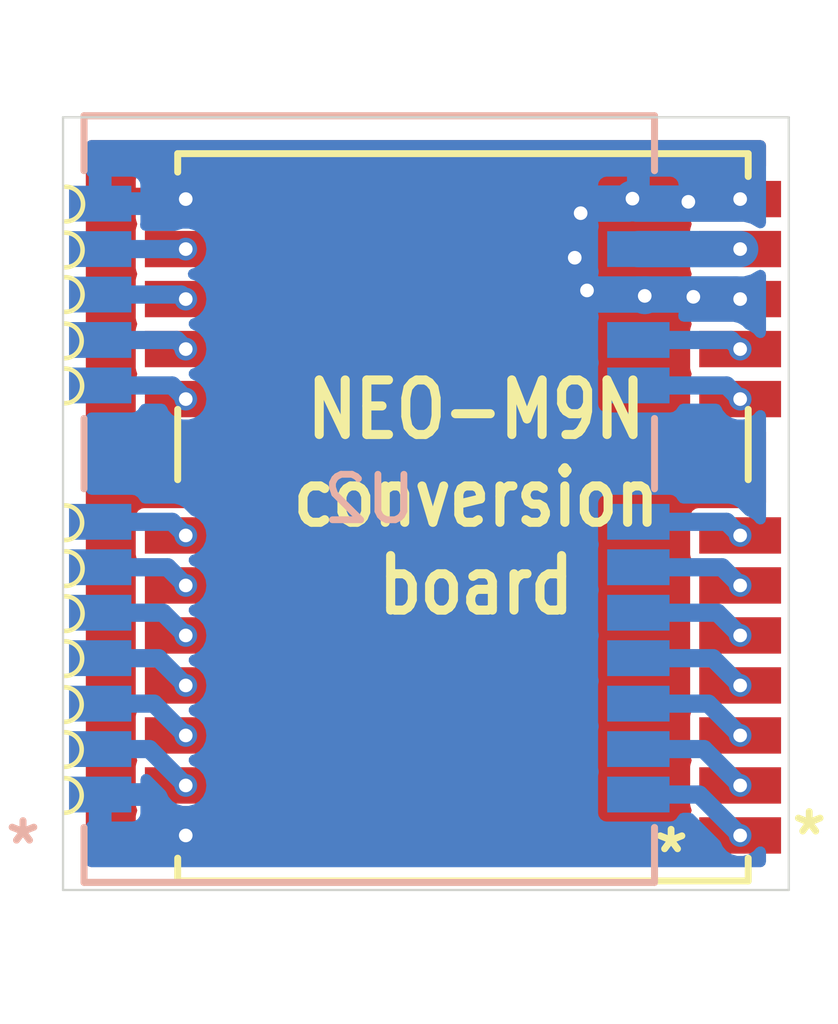
<source format=kicad_pcb>
(kicad_pcb (version 20240108) (generator "pcbnew") (generator_version "8.0")
  (layers (0 "F.Cu" signal) (31 "B.Cu" signal) (34 "B.Paste" user) (35 "F.Paste" user) (36 "B.SilkS" user "B.Silkscreen") (37 "F.SilkS" user "F.Silkscreen") (38 "B.Mask" user) (39 "F.Mask" user) (44 "Edge.Cuts" user))
  (net 0 "")
  (net 1 "/11")
  (net 2 "/14")
  (net 3 "/18")
  (net 4 "/16")
  (net 5 "/6")
  (net 6 "/22")
  (net 7 "/19")
  (net 8 "/20")
  (net 9 "/23")
  (net 10 "/5")
  (net 11 "/17")
  (net 12 "/1")
  (net 13 "/4")
  (net 14 "/7")
  (net 15 "/2")
  (net 16 "/21")
  (net 17 "/9")
  (net 18 "/8")
  (net 19 "/3")
  (net 20 "/15")
  (net 21 "/GND")
  (footprint "WOBCLibrary:ATGM332D-5N31" (layer "F.Cu") (at 122.74 93.7)
    (property "Reference" "U1" (hide yes))
    (property "Value" "NEO-M9N-00B")
    (fp_line (start -6.277001 -6.99364) (end -6.277001 -7.4) (stroke (width 0.1524)) (layer "F.SilkS"))
    (fp_line (start -6.277001 -1.77356) (end -6.277001 -0.226438) (stroke (width 0.1524)) (layer "F.SilkS"))
    (fp_line (start -6.277001 8.1) (end -6.277001 8.60636) (stroke (width 0.1524)) (layer "F.SilkS"))
    (fp_line (start -6.277001 8.6) (end 6.277001 8.6) (stroke (width 0.1524)) (layer "F.SilkS"))
    (fp_line (start 6.277001 -7.4) (end -6.277001 -7.4) (stroke (width 0.1524)) (layer "F.SilkS"))
    (fp_line (start 6.277001 -6.89682) (end 6.277001 -7.4) (stroke (width 0.1524)) (layer "F.SilkS"))
    (fp_line (start 6.277001 -0.226441) (end 6.277001 -1.77356) (stroke (width 0.1524)) (layer "F.SilkS"))
    (fp_line (start 6.277001 8.60318) (end 6.277001 8.1) (stroke (width 0.1524)) (layer "F.SilkS"))
    (fp_text user "*" (at 4.58 8.01 0) (layer "F.SilkS"))
    (fp_text user "*" (at 7.62 7.62 0) (layer "F.SilkS"))
    (pad "1" smd rect (at 6.1 7.6) (size 1.8 0.8) (layers "F.Cu" "F.Paste" "F.Mask") (net 12 "/1"))
    (pad "2" smd rect (at 6.1 6.5) (size 1.8 0.8) (layers "F.Cu" "F.Paste" "F.Mask") (net 15 "/2"))
    (pad "3" smd rect (at 6.1 5.4) (size 1.8 0.8) (layers "F.Cu" "F.Paste" "F.Mask") (net 19 "/3"))
    (pad "4" smd rect (at 6.1 4.3) (size 1.8 0.8) (layers "F.Cu" "F.Paste" "F.Mask") (net 13 "/4"))
    (pad "5" smd rect (at 6.1 3.2) (size 1.8 0.8) (layers "F.Cu" "F.Paste" "F.Mask") (net 10 "/5"))
    (pad "6" smd rect (at 6.1 2.1) (size 1.8 0.8) (layers "F.Cu" "F.Paste" "F.Mask") (net 5 "/6"))
    (pad "7" smd rect (at 6.1 1) (size 1.8 0.8) (layers "F.Cu" "F.Paste" "F.Mask") (net 14 "/7"))
    (pad "8" smd rect (at 6.1 -2) (size 1.8 0.8) (layers "F.Cu" "F.Paste" "F.Mask") (net 18 "/8"))
    (pad "9" smd rect (at 6.1 -3.1) (size 1.8 0.8) (layers "F.Cu" "F.Paste" "F.Mask") (net 17 "/9"))
    (pad "10" smd rect (at 6.1 -4.2) (size 1.8 0.8) (layers "F.Cu" "F.Paste" "F.Mask") (net 21 "/GND"))
    (pad "11" smd rect (at 6.1 -5.3) (size 1.8 0.8) (layers "F.Cu" "F.Paste" "F.Mask") (net 1 "/11"))
    (pad "12" smd rect (at 6.1 -6.4) (size 1.8 0.8) (layers "F.Cu" "F.Paste" "F.Mask") (net 21 "/GND"))
    (pad "13" smd rect (at -6.1 -6.4) (size 1.8 0.8) (layers "F.Cu" "F.Paste" "F.Mask") (net 21 "/GND"))
    (pad "14" smd rect (at -6.1 -5.3) (size 1.8 0.8) (layers "F.Cu" "F.Paste" "F.Mask") (net 2 "/14"))
    (pad "15" smd rect (at -6.1 -4.2) (size 1.8 0.8) (layers "F.Cu" "F.Paste" "F.Mask") (net 20 "/15"))
    (pad "16" smd rect (at -6.1 -3.1) (size 1.8 0.8) (layers "F.Cu" "F.Paste" "F.Mask") (net 4 "/16"))
    (pad "17" smd rect (at -6.1 -2) (size 1.8 0.8) (layers "F.Cu" "F.Paste" "F.Mask") (net 11 "/17"))
    (pad "18" smd rect (at -6.1 1) (size 1.8 0.8) (layers "F.Cu" "F.Paste" "F.Mask") (net 3 "/18"))
    (pad "19" smd rect (at -6.1 2.1) (size 1.8 0.8) (layers "F.Cu" "F.Paste" "F.Mask") (net 7 "/19"))
    (pad "20" smd rect (at -6.1 3.2) (size 1.8 0.8) (layers "F.Cu" "F.Paste" "F.Mask") (net 8 "/20"))
    (pad "21" smd rect (at -6.1 4.3) (size 1.8 0.8) (layers "F.Cu" "F.Paste" "F.Mask") (net 16 "/21"))
    (pad "22" smd rect (at -6.1 5.4) (size 1.8 0.8) (layers "F.Cu" "F.Paste" "F.Mask") (net 6 "/22"))
    (pad "23" smd rect (at -6.1 6.5) (size 1.8 0.8) (layers "F.Cu" "F.Paste" "F.Mask") (net 9 "/23"))
    (pad "24" smd rect (at -6.1 7.6) (size 1.8 0.8) (layers "F.Cu" "F.Paste" "F.Mask") (net 21 "/GND"))
  )
  (footprint "WOBCLibrary:SMT_9N-00B_UBL" (layer "B.Cu") (at 120.6786 93.9 180)
    (property "Reference" "U2" (at 0 0 0) (layer "B.SilkS") (effects (justify mirror)))
    (property "Value" "NEO-M9N-00B")
    (fp_line (start 6.277001 8.4328) (end 6.277001 7.22644) (stroke (width 0.1524)) (layer "B.SilkS"))
    (fp_line (start 6.277001 8.4328) (end 6.277001 7.22644) (stroke (width 0.1524)) (layer "B.SilkS"))
    (fp_line (start 6.277001 8.4328) (end -6.277001 8.4328) (stroke (width 0.1524)) (layer "B.SilkS"))
    (fp_line (start 6.277001 1.77356) (end 6.277001 0.226441) (stroke (width 0.1524)) (layer "B.SilkS"))
    (fp_line (start 6.277001 -7.22644) (end 6.277001 -8.4328) (stroke (width 0.1524)) (layer "B.SilkS"))
    (fp_line (start 6.277001 -8.4328) (end 6.277001 -7.22644) (stroke (width 0.1524)) (layer "B.SilkS"))
    (fp_line (start 6.277001 -8.4328) (end -6.277001 -8.4328) (stroke (width 0.1524)) (layer "B.SilkS"))
    (fp_line (start 6.277001 -8.4328) (end -6.277001 -8.4328) (stroke (width 0.1524)) (layer "B.SilkS"))
    (fp_line (start -6.277001 8.4328) (end 6.277001 8.4328) (stroke (width 0.1524)) (layer "B.SilkS"))
    (fp_line (start -6.277001 8.4328) (end -6.277001 7.22644) (stroke (width 0.1524)) (layer "B.SilkS"))
    (fp_line (start -6.277001 7.22644) (end -6.277001 8.4328) (stroke (width 0.1524)) (layer "B.SilkS"))
    (fp_line (start -6.277001 0.226438) (end -6.277001 1.77356) (stroke (width 0.1524)) (layer "B.SilkS"))
    (fp_line (start -6.277001 -8.4328) (end -6.277001 -7.22644) (stroke (width 0.1524)) (layer "B.SilkS"))
    (fp_line (start -6.277001 -8.4328) (end -6.277001 -7.22644) (stroke (width 0.1524)) (layer "B.SilkS"))
    (fp_text user "*" (at 7.62 -7.62 180) (layer "B.SilkS") (effects (justify mirror)))
    (fp_text user "*" (at 7.62 -7.62 0) (layer "B.SilkS") (effects (justify mirror)))
    (pad "1" smd rect (at -5.9214 -6.5 180) (size 1.3716 0.7874) (layers "B.Cu" "B.Paste" "B.Mask") (net 12 "/1"))
    (pad "2" smd rect (at -5.9214 -5.499999 180) (size 1.3716 0.7874) (layers "B.Cu" "B.Paste" "B.Mask") (net 15 "/2"))
    (pad "3" smd rect (at -5.9214 -4.500001 180) (size 1.3716 0.7874) (layers "B.Cu" "B.Paste" "B.Mask") (net 19 "/3"))
    (pad "4" smd rect (at -5.9214 -3.500001 180) (size 1.3716 0.7874) (layers "B.Cu" "B.Paste" "B.Mask") (net 13 "/4"))
    (pad "5" smd rect (at -5.9214 -2.5 180) (size 1.3716 0.7874) (layers "B.Cu" "B.Paste" "B.Mask") (net 10 "/5"))
    (pad "6" smd rect (at -5.9214 -1.5 180) (size 1.3716 0.7874) (layers "B.Cu" "B.Paste" "B.Mask") (net 5 "/6"))
    (pad "7" smd rect (at -5.9214 -0.500002 180) (size 1.3716 0.7874) (layers "B.Cu" "B.Paste" "B.Mask") (net 14 "/7"))
    (pad "8" smd rect (at -5.9214 2.5 180) (size 1.3716 0.7874) (layers "B.Cu" "B.Paste" "B.Mask") (net 18 "/8"))
    (pad "9" smd rect (at -5.9214 3.500001 180) (size 1.3716 0.7874) (layers "B.Cu" "B.Paste" "B.Mask") (net 17 "/9"))
    (pad "10" smd rect (at -5.9214 4.499999 180) (size 1.3716 0.7874) (layers "B.Cu" "B.Paste" "B.Mask") (net 21 "/GND"))
    (pad "11" smd rect (at -5.9214 5.499999 180) (size 1.3716 0.7874) (layers "B.Cu" "B.Paste" "B.Mask") (net 1 "/11"))
    (pad "12" smd rect (at -5.9214 6.5 180) (size 1.3716 0.7874) (layers "B.Cu" "B.Paste" "B.Mask") (net 21 "/GND"))
    (pad "13" smd rect (at 5.9214 6.5 180) (size 1.3716 0.7874) (layers "B.Cu" "B.Paste" "B.Mask") (net 21 "/GND"))
    (pad "14" smd rect (at 5.9214 5.499999 180) (size 1.3716 0.7874) (layers "B.Cu" "B.Paste" "B.Mask") (net 2 "/14"))
    (pad "15" smd rect (at 5.9214 4.500001 180) (size 1.3716 0.7874) (layers "B.Cu" "B.Paste" "B.Mask") (net 20 "/15"))
    (pad "16" smd rect (at 5.9214 3.500001 180) (size 1.3716 0.7874) (layers "B.Cu" "B.Paste" "B.Mask") (net 4 "/16"))
    (pad "17" smd rect (at 5.9214 2.5 180) (size 1.3716 0.7874) (layers "B.Cu" "B.Paste" "B.Mask") (net 11 "/17"))
    (pad "18" smd rect (at 5.9214 -0.499999 180) (size 1.3716 0.7874) (layers "B.Cu" "B.Paste" "B.Mask") (net 3 "/18"))
    (pad "19" smd rect (at 5.9214 -1.5 180) (size 1.3716 0.7874) (layers "B.Cu" "B.Paste" "B.Mask") (net 7 "/19"))
    (pad "20" smd rect (at 5.9214 -2.5 180) (size 1.3716 0.7874) (layers "B.Cu" "B.Paste" "B.Mask") (net 8 "/20"))
    (pad "21" smd rect (at 5.9214 -3.500001 180) (size 1.3716 0.7874) (layers "B.Cu" "B.Paste" "B.Mask") (net 16 "/21"))
    (pad "22" smd rect (at 5.9214 -4.499999 180) (size 1.3716 0.7874) (layers "B.Cu" "B.Paste" "B.Mask") (net 6 "/22"))
    (pad "23" smd rect (at 5.9214 -5.499999 180) (size 1.3716 0.7874) (layers "B.Cu" "B.Paste" "B.Mask") (net 9 "/23"))
    (pad "24" smd rect (at 5.9214 -6.5 180) (size 1.3716 0.7874) (layers "B.Cu" "B.Paste" "B.Mask") (net 21 "/GND"))
  )
  (gr_arc (start 113.998818 87.028818) (mid 114.38 87.41) (end 113.998818 87.791182) (stroke (width 0.1)) (layer "F.SilkS"))
  (gr_arc (start 113.988818 96.038818) (mid 114.37 96.42) (end 113.988818 96.801182) (stroke (width 0.1)) (layer "F.SilkS"))
  (gr_arc (start 113.968818 100.038818) (mid 114.35 100.42) (end 113.968818 100.801182) (stroke (width 0.1)) (layer "F.SilkS"))
  (gr_arc (start 113.968818 90.038818) (mid 114.35 90.42) (end 113.968818 90.801182) (stroke (width 0.1)) (layer "F.SilkS"))
  (gr_arc (start 113.978818 94.038818) (mid 114.36 94.42) (end 113.978818 94.801182) (stroke (width 0.1)) (layer "F.SilkS"))
  (gr_arc (start 113.978818 97.028818) (mid 114.36 97.41) (end 113.978818 97.791182) (stroke (width 0.1)) (layer "F.SilkS"))
  (gr_arc (start 113.968818 98.038818) (mid 114.35 98.42) (end 113.968818 98.801182) (stroke (width 0.1)) (layer "F.SilkS"))
  (gr_arc (start 113.988818 95.048818) (mid 114.37 95.43) (end 113.988818 95.811182) (stroke (width 0.1)) (layer "F.SilkS"))
  (gr_arc (start 113.968818 99.028818) (mid 114.35 99.41) (end 113.968818 99.791182) (stroke (width 0.1)) (layer "F.SilkS"))
  (gr_arc (start 113.978818 91.028818) (mid 114.36 91.41) (end 113.978818 91.791182) (stroke (width 0.1)) (layer "F.SilkS"))
  (gr_arc (start 113.988818 88.038818) (mid 114.37 88.42) (end 113.988818 88.801182) (stroke (width 0.1)) (layer "F.SilkS"))
  (gr_arc (start 113.988818 89.018818) (mid 114.37 89.4) (end 113.988818 89.781182) (stroke (width 0.1)) (layer "F.SilkS"))
  (gr_line (start 113.94 102.5) (end 113.94 85.5) (stroke (width 0.05)) (layer "Edge.Cuts"))
  (gr_line (start 113.94 85.5) (end 129.91 85.5) (stroke (width 0.05)) (layer "Edge.Cuts"))
  (gr_line (start 129.91 102.5) (end 113.94 102.5) (stroke (width 0.05)) (layer "Edge.Cuts"))
  (gr_line (start 129.91 85.5) (end 129.91 102.5) (stroke (width 0.05)) (layer "Edge.Cuts"))
  (gr_text "NEO-M9N\nconversion\nboard" (at 123.03 96.5 0) (layer "F.SilkS") (effects (font (size 1.2 1) (thickness 0.2)) (justify bottom)))
  (via (at 128.84 88.4) (size 0.5) (drill 0.3) (layers "F.Cu" "B.Cu") (net 1))
  (segment (start 126.6 88.400001) (end 128.84 88.4) (width 0.8) (layer "B.Cu") (net 1))
  (via (at 116.64 88.4) (size 0.5) (drill 0.3) (layers "F.Cu" "B.Cu") (net 2))
  (segment (start 114.7572 88.400001) (end 116.64 88.4) (width 0.4) (layer "B.Cu") (net 2))
  (via (at 116.64 94.7) (size 0.5) (drill 0.3) (layers "F.Cu" "B.Cu") (net 3))
  (segment (start 116.339999 94.399999) (end 116.64 94.7) (width 0.4) (layer "B.Cu") (net 3))
  (segment (start 114.7572 94.399999) (end 116.339999 94.399999) (width 0.4) (layer "B.Cu") (net 3))
  (via (at 116.64 90.6) (size 0.5) (drill 0.3) (layers "F.Cu" "B.Cu") (net 4))
  (segment (start 116.439999 90.399999) (end 116.64 90.6) (width 0.4) (layer "B.Cu") (net 4))
  (segment (start 114.7572 90.399999) (end 116.439999 90.399999) (width 0.4) (layer "B.Cu") (net 4))
  (via (at 128.84 95.8) (size 0.5) (drill 0.3) (layers "F.Cu" "B.Cu") (net 5))
  (segment (start 126.6 95.4) (end 128.44 95.4) (width 0.4) (layer "B.Cu") (net 5))
  (segment (start 128.44 95.4) (end 128.84 95.8) (width 0.4) (layer "B.Cu") (net 5))
  (via (at 116.64 99.1) (size 0.5) (drill 0.3) (layers "F.Cu" "B.Cu") (net 6))
  (segment (start 114.7572 98.399999) (end 115.939999 98.399999) (width 0.4) (layer "B.Cu") (net 6))
  (segment (start 115.939999 98.399999) (end 116.64 99.1) (width 0.4) (layer "B.Cu") (net 6))
  (via (at 116.64 95.8) (size 0.5) (drill 0.3) (layers "F.Cu" "B.Cu") (net 7))
  (segment (start 116.24 95.4) (end 116.64 95.8) (width 0.4) (layer "B.Cu") (net 7))
  (segment (start 114.7572 95.4) (end 116.24 95.4) (width 0.4) (layer "B.Cu") (net 7))
  (via (at 116.64 96.9) (size 0.5) (drill 0.3) (layers "F.Cu" "B.Cu") (net 8))
  (segment (start 116.14 96.4) (end 116.64 96.9) (width 0.4) (layer "B.Cu") (net 8))
  (segment (start 114.7572 96.4) (end 116.14 96.4) (width 0.4) (layer "B.Cu") (net 8))
  (via (at 116.64 100.2) (size 0.5) (drill 0.3) (layers "F.Cu" "B.Cu") (net 9))
  (segment (start 114.7572 99.399999) (end 115.839999 99.399999) (width 0.4) (layer "B.Cu") (net 9))
  (segment (start 115.839999 99.399999) (end 116.64 100.2) (width 0.4) (layer "B.Cu") (net 9))
  (via (at 128.84 96.9) (size 0.5) (drill 0.3) (layers "F.Cu" "B.Cu") (net 10))
  (segment (start 128.34 96.4) (end 128.84 96.9) (width 0.4) (layer "B.Cu") (net 10))
  (segment (start 126.6 96.4) (end 128.34 96.4) (width 0.4) (layer "B.Cu") (net 10))
  (via (at 116.64 91.7) (size 0.5) (drill 0.3) (layers "F.Cu" "B.Cu") (net 11))
  (segment (start 116.34 91.4) (end 116.64 91.7) (width 0.4) (layer "B.Cu") (net 11))
  (segment (start 114.7572 91.4) (end 116.34 91.4) (width 0.4) (layer "B.Cu") (net 11))
  (via (at 128.84 101.3) (size 0.5) (drill 0.3) (layers "F.Cu" "B.Cu") (net 12))
  (segment (start 126.6 100.4) (end 127.94 100.4) (width 0.4) (layer "B.Cu") (net 12))
  (segment (start 127.94 100.4) (end 128.84 101.3) (width 0.4) (layer "B.Cu") (net 12))
  (via (at 128.84 98) (size 0.5) (drill 0.3) (layers "F.Cu" "B.Cu") (net 13))
  (segment (start 128.240001 97.400001) (end 128.84 98) (width 0.4) (layer "B.Cu") (net 13))
  (segment (start 126.6 97.400001) (end 128.240001 97.400001) (width 0.4) (layer "B.Cu") (net 13))
  (via (at 128.84 94.7) (size 0.5) (drill 0.3) (layers "F.Cu" "B.Cu") (net 14))
  (segment (start 126.6 94.400002) (end 128.540002 94.400002) (width 0.4) (layer "B.Cu") (net 14))
  (segment (start 128.540002 94.400002) (end 128.84 94.7) (width 0.4) (layer "B.Cu") (net 14))
  (via (at 128.84 100.2) (size 0.5) (drill 0.3) (layers "F.Cu" "B.Cu") (net 15))
  (segment (start 126.6 99.399999) (end 128.039999 99.399999) (width 0.4) (layer "B.Cu") (net 15))
  (segment (start 128.039999 99.399999) (end 128.84 100.2) (width 0.4) (layer "B.Cu") (net 15))
  (via (at 116.64 98) (size 0.5) (drill 0.3) (layers "F.Cu" "B.Cu") (net 16))
  (segment (start 116.040001 97.400001) (end 116.64 98) (width 0.4) (layer "B.Cu") (net 16))
  (segment (start 114.7572 97.400001) (end 116.040001 97.400001) (width 0.4) (layer "B.Cu") (net 16))
  (via (at 128.84 90.6) (size 0.5) (drill 0.3) (layers "F.Cu" "B.Cu") (net 17))
  (segment (start 126.6 90.399999) (end 128.639999 90.399999) (width 0.4) (layer "B.Cu") (net 17))
  (segment (start 128.639999 90.399999) (end 128.84 90.6) (width 0.4) (layer "B.Cu") (net 17))
  (via (at 128.84 91.7) (size 0.5) (drill 0.3) (layers "F.Cu" "B.Cu") (net 18))
  (segment (start 128.54 91.4) (end 128.84 91.7) (width 0.4) (layer "B.Cu") (net 18))
  (segment (start 126.6 91.4) (end 128.54 91.4) (width 0.4) (layer "B.Cu") (net 18))
  (via (at 128.84 99.1) (size 0.5) (drill 0.3) (layers "F.Cu" "B.Cu") (net 19))
  (segment (start 126.6 98.400001) (end 128.140001 98.400001) (width 0.4) (layer "B.Cu") (net 19))
  (segment (start 128.140001 98.400001) (end 128.84 99.1) (width 0.4) (layer "B.Cu") (net 19))
  (via (at 116.64 89.5) (size 0.5) (drill 0.3) (layers "F.Cu" "B.Cu") (net 20))
  (segment (start 116.539999 89.399999) (end 116.64 89.5) (width 0.4) (layer "B.Cu") (net 20))
  (segment (start 114.7572 89.399999) (end 116.539999 89.399999) (width 0.4) (layer "B.Cu") (net 20))
  (via (at 125.33 87.61) (size 0.5) (drill 0.3) (layers "F.Cu" "B.Cu") (net 21))
  (via (at 128.84 89.5) (size 0.5) (drill 0.3) (layers "F.Cu" "B.Cu") (net 21))
  (via (at 116.64 87.3) (size 0.5) (drill 0.3) (layers "F.Cu" "B.Cu") (net 21))
  (via (at 128.84 87.3) (size 0.5) (drill 0.3) (layers "F.Cu" "B.Cu") (net 21))
  (via (at 127.7 87.36) (size 0.5) (drill 0.3) (layers "F.Cu" "B.Cu") (net 21))
  (via (at 126.74 89.43) (size 0.5) (drill 0.3) (layers "F.Cu" "B.Cu") (net 21))
  (via (at 125.47 89.31) (size 0.5) (drill 0.3) (layers "F.Cu" "B.Cu") (net 21))
  (via (at 126.47 87.29) (size 0.5) (drill 0.3) (layers "F.Cu" "B.Cu") (net 21))
  (via (at 125.2 88.59) (size 0.5) (drill 0.3) (layers "F.Cu" "B.Cu") (net 21))
  (via (at 127.81 89.45) (size 0.5) (drill 0.3) (layers "F.Cu" "B.Cu") (net 21))
  (via (at 116.64 101.3) (size 0.5) (drill 0.3) (layers "F.Cu" "B.Cu") (net 21))
  (segment (start 121.78 92.940499) (end 121.78 98.77) (width 0.8) (layer "B.Cu") (net 21))
  (segment (start 119.25 101.3) (end 116.64 101.3) (width 0.8) (layer "B.Cu") (net 21))
  (segment (start 124.393703 89.393703) (end 123.62 88.62) (width 0.8) (layer "B.Cu") (net 21))
  (segment (start 125.320498 89.400001) (end 121.78 92.940499) (width 0.8) (layer "B.Cu") (net 21))
  (segment (start 121.76 87.3) (end 116.64 87.3) (width 0.8) (layer "B.Cu") (net 21))
  (segment (start 125.320498 89.400001) (end 125.3142 89.393703) (width 0.8) (layer "B.Cu") (net 21))
  (segment (start 126.6 87.4) (end 127.66 87.4) (width 0.8) (layer "B.Cu") (net 21))
  (segment (start 114.7572 100.4) (end 115.74 100.4) (width 0.4) (layer "B.Cu") (net 21))
  (segment (start 126.47 87.29) (end 126.58 87.4) (width 0.8) (layer "B.Cu") (net 21))
  (segment (start 127.859999 89.400001) (end 128.740001 89.400001) (width 0.8) (layer "B.Cu") (net 21))
  (segment (start 128.740001 89.400001) (end 128.84 89.5) (width 0.8) (layer "B.Cu") (net 21))
  (segment (start 126.769999 89.400001) (end 127.760001 89.400001) (width 0.8) (layer "B.Cu") (net 21))
  (segment (start 115.74 100.4) (end 116.64 101.3) (width 0.4) (layer "B.Cu") (net 21))
  (segment (start 121.78 98.77) (end 119.25 101.3) (width 0.8) (layer "B.Cu") (net 21))
  (segment (start 126.6 89.400001) (end 125.560001 89.400001) (width 0.8) (layer "B.Cu") (net 21))
  (segment (start 125.379999 89.400001) (end 125.320498 89.400001) (width 0.8) (layer "B.Cu") (net 21))
  (segment (start 125.33 87.61) (end 125.54 87.4) (width 0.8) (layer "B.Cu") (net 21))
  (segment (start 123.62 88.62) (end 124.84 87.4) (width 0.8) (layer "B.Cu") (net 21))
  (segment (start 127.74 87.4) (end 128.74 87.4) (width 0.8) (layer "B.Cu") (net 21))
  (segment (start 128.74 87.4) (end 128.84 87.3) (width 0.8) (layer "B.Cu") (net 21))
  (segment (start 127.7 87.36) (end 127.74 87.4) (width 0.8) (layer "B.Cu") (net 21))
  (segment (start 125.54 87.4) (end 126.36 87.4) (width 0.8) (layer "B.Cu") (net 21))
  (segment (start 125.3142 89.393703) (end 124.393703 89.393703) (width 0.8) (layer "B.Cu") (net 21))
  (segment (start 127.66 87.4) (end 127.7 87.36) (width 0.8) (layer "B.Cu") (net 21))
  (segment (start 127.81 89.45) (end 127.859999 89.400001) (width 0.8) (layer "B.Cu") (net 21))
  (segment (start 123.62 88.62) (end 123.08 88.62) (width 0.8) (layer "B.Cu") (net 21))
  (segment (start 116.54 87.4) (end 116.64 87.3) (width 0.4) (layer "B.Cu") (net 21))
  (segment (start 126.36 87.4) (end 126.47 87.29) (width 0.8) (layer "B.Cu") (net 21))
  (segment (start 125.560001 89.400001) (end 125.47 89.31) (width 0.8) (layer "B.Cu") (net 21))
  (segment (start 124.84 87.4) (end 125.12 87.4) (width 0.8) (layer "B.Cu") (net 21))
  (segment (start 123.08 88.62) (end 121.76 87.3) (width 0.8) (layer "B.Cu") (net 21))
  (segment (start 126.74 89.43) (end 126.769999 89.400001) (width 0.8) (layer "B.Cu") (net 21))
  (segment (start 126.6 89.400001) (end 126.710001 89.400001) (width 0.8) (layer "B.Cu") (net 21))
  (segment (start 125.47 89.31) (end 125.379999 89.400001) (width 0.8) (layer "B.Cu") (net 21))
  (segment (start 114.7572 87.4) (end 116.54 87.4) (width 0.4) (layer "B.Cu") (net 21))
  (segment (start 126.710001 89.400001) (end 126.74 89.43) (width 0.8) (layer "B.Cu") (net 21))
  (segment (start 125.12 87.4) (end 125.33 87.61) (width 0.8) (layer "B.Cu") (net 21))
  (segment (start 127.760001 89.400001) (end 127.81 89.45) (width 0.8) (layer "B.Cu") (net 21))
  (segment (start 126.58 87.4) (end 126.6 87.4) (width 0.8) (layer "B.Cu") (net 21))
  (zone (net 21) (net_name "/GND") (layers "F&B.Cu") (connect_pads (clearance 0.2)) (min_thickness 0.25) (fill yes (thermal_gap 0.2) (thermal_bridge_width 0.5))
    (polygon (pts (xy 112.71 82.92) (xy 112.71 103.38) (xy 130.48 103.38) (xy 131.01 102.85) (xy 131.01 83.21) (xy 130.72 82.92)))
  )
)
</source>
